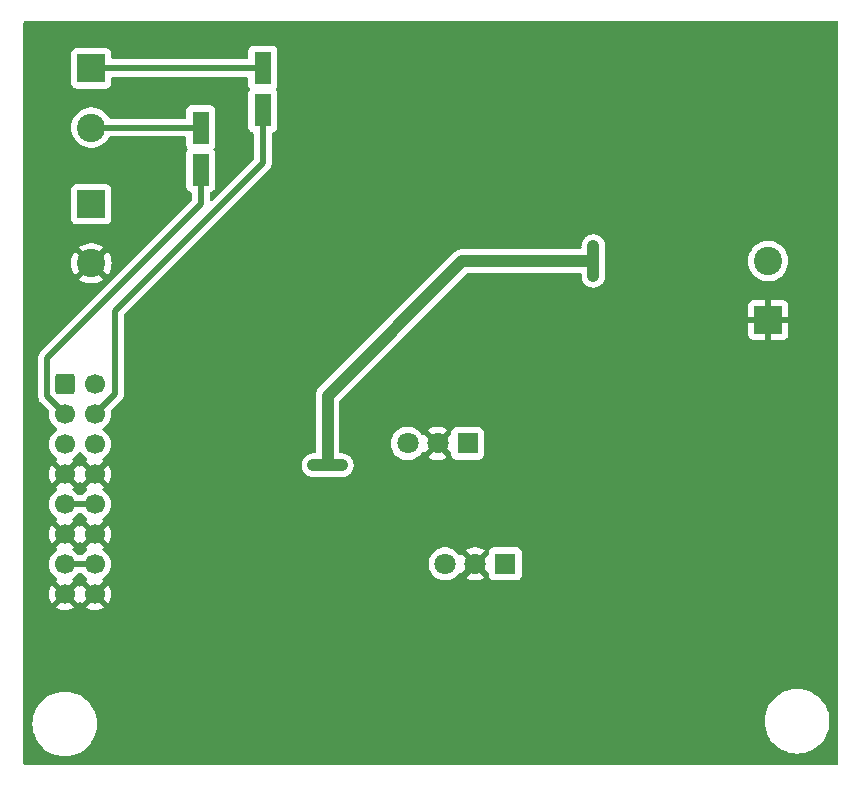
<source format=gbr>
G04 #@! TF.GenerationSoftware,KiCad,Pcbnew,8.0.3*
G04 #@! TF.CreationDate,2024-06-11T06:19:06-04:00*
G04 #@! TF.ProjectId,T41-2_Power,5434312d-325f-4506-9f77-65722e6b6963,rev?*
G04 #@! TF.SameCoordinates,Original*
G04 #@! TF.FileFunction,Copper,L2,Bot*
G04 #@! TF.FilePolarity,Positive*
%FSLAX46Y46*%
G04 Gerber Fmt 4.6, Leading zero omitted, Abs format (unit mm)*
G04 Created by KiCad (PCBNEW 8.0.3) date 2024-06-11 06:19:06*
%MOMM*%
%LPD*%
G01*
G04 APERTURE LIST*
G04 Aperture macros list*
%AMRoundRect*
0 Rectangle with rounded corners*
0 $1 Rounding radius*
0 $2 $3 $4 $5 $6 $7 $8 $9 X,Y pos of 4 corners*
0 Add a 4 corners polygon primitive as box body*
4,1,4,$2,$3,$4,$5,$6,$7,$8,$9,$2,$3,0*
0 Add four circle primitives for the rounded corners*
1,1,$1+$1,$2,$3*
1,1,$1+$1,$4,$5*
1,1,$1+$1,$6,$7*
1,1,$1+$1,$8,$9*
0 Add four rect primitives between the rounded corners*
20,1,$1+$1,$2,$3,$4,$5,0*
20,1,$1+$1,$4,$5,$6,$7,0*
20,1,$1+$1,$6,$7,$8,$9,0*
20,1,$1+$1,$8,$9,$2,$3,0*%
G04 Aperture macros list end*
G04 #@! TA.AperFunction,ComponentPad*
%ADD10RoundRect,0.250000X-0.600000X-0.600000X0.600000X-0.600000X0.600000X0.600000X-0.600000X0.600000X0*%
G04 #@! TD*
G04 #@! TA.AperFunction,ComponentPad*
%ADD11C,1.700000*%
G04 #@! TD*
G04 #@! TA.AperFunction,ComponentPad*
%ADD12R,2.400000X2.400000*%
G04 #@! TD*
G04 #@! TA.AperFunction,ComponentPad*
%ADD13C,2.400000*%
G04 #@! TD*
G04 #@! TA.AperFunction,ComponentPad*
%ADD14R,1.800000X1.800000*%
G04 #@! TD*
G04 #@! TA.AperFunction,ComponentPad*
%ADD15C,1.800000*%
G04 #@! TD*
G04 #@! TA.AperFunction,SMDPad,CuDef*
%ADD16R,1.470000X2.770000*%
G04 #@! TD*
G04 #@! TA.AperFunction,ViaPad*
%ADD17C,1.000000*%
G04 #@! TD*
G04 #@! TA.AperFunction,Conductor*
%ADD18C,0.500000*%
G04 #@! TD*
G04 #@! TA.AperFunction,Conductor*
%ADD19C,1.000000*%
G04 #@! TD*
G04 APERTURE END LIST*
D10*
X104000000Y-97220000D03*
D11*
X106540000Y-97220000D03*
X104000000Y-99760000D03*
X106540000Y-99760000D03*
X104000000Y-102300000D03*
X106540000Y-102300000D03*
X104000000Y-104840000D03*
X106540000Y-104840000D03*
X104000000Y-107380000D03*
X106540000Y-107380000D03*
X104000000Y-109920000D03*
X106540000Y-109920000D03*
X104000000Y-112460000D03*
X106540000Y-112460000D03*
X104000000Y-115000000D03*
X106540000Y-115000000D03*
D12*
X106250000Y-82000000D03*
D13*
X106250000Y-87000000D03*
D14*
X138100000Y-102250000D03*
D15*
X135560000Y-102250000D03*
X133020000Y-102250000D03*
D14*
X141280000Y-112450000D03*
D15*
X138740000Y-112450000D03*
X136200000Y-112450000D03*
D12*
X106250000Y-70500000D03*
D13*
X106250000Y-75500000D03*
D12*
X163550000Y-91800000D03*
D13*
X163550000Y-86800000D03*
D16*
X120750000Y-74040000D03*
X120750000Y-70460000D03*
X115500000Y-75500000D03*
X115500000Y-79080000D03*
D17*
X168250000Y-72750000D03*
X124000000Y-84000000D03*
X137000000Y-98000000D03*
X118000000Y-90500000D03*
X131250000Y-74750000D03*
X130250000Y-117500000D03*
X118200000Y-68800000D03*
X102250000Y-70250000D03*
X122700000Y-76300000D03*
X110750000Y-98000000D03*
X129500000Y-99000000D03*
X154500000Y-100500000D03*
X124000000Y-108750000D03*
X112000000Y-80100000D03*
X153500000Y-89200000D03*
X134700000Y-114200000D03*
X168000000Y-97000000D03*
X118400000Y-76200000D03*
X140650000Y-102800000D03*
X142900000Y-114300000D03*
X137000000Y-94500000D03*
X144000000Y-96250000D03*
X126750000Y-72000000D03*
X138750000Y-115250000D03*
X115250000Y-121500000D03*
X147100000Y-88450000D03*
X155250000Y-67750000D03*
X168250000Y-121750000D03*
X118300000Y-72100000D03*
X146500000Y-110250000D03*
X147150000Y-85150000D03*
X124000000Y-98000000D03*
X121500000Y-79900000D03*
X133750000Y-99250000D03*
X147000000Y-93000000D03*
X115250000Y-98500000D03*
X128750000Y-108750000D03*
X128300000Y-93900000D03*
X114000000Y-67500000D03*
X147750000Y-117500000D03*
X137500000Y-104500000D03*
X132900000Y-104650000D03*
X102000000Y-122000000D03*
X156900000Y-84900000D03*
X138750000Y-109500000D03*
X135500000Y-86650000D03*
X122500000Y-121500000D03*
X110300000Y-83800000D03*
X135750000Y-91000000D03*
X110500000Y-90900000D03*
X126750000Y-67500000D03*
X155350000Y-95300000D03*
X124750000Y-94250000D03*
X127450000Y-104100000D03*
X126250000Y-104100000D03*
X148750000Y-85550000D03*
X148750000Y-88050000D03*
X125050000Y-104100000D03*
X148750000Y-86800000D03*
D18*
X104000000Y-112460000D02*
X106540000Y-112460000D01*
D19*
X148750000Y-86800000D02*
X148750000Y-85550000D01*
X125050000Y-104100000D02*
X126250000Y-104100000D01*
X148750000Y-86800000D02*
X148750000Y-88050000D01*
X127450000Y-104100000D02*
X126250000Y-104100000D01*
D18*
X104000000Y-107380000D02*
X106540000Y-107380000D01*
D19*
X126250000Y-98200000D02*
X126250000Y-104100000D01*
X148750000Y-86800000D02*
X137650000Y-86800000D01*
X137650000Y-86800000D02*
X126250000Y-98200000D01*
D18*
X108250000Y-91000000D02*
X120750000Y-78500000D01*
X106540000Y-99760000D02*
X108250000Y-98050000D01*
X108250000Y-98050000D02*
X108250000Y-91000000D01*
X120750000Y-78500000D02*
X120750000Y-74040000D01*
X102500000Y-95000000D02*
X115500000Y-82000000D01*
X115500000Y-82000000D02*
X115500000Y-79080000D01*
X104000000Y-99760000D02*
X102500000Y-98260000D01*
X102500000Y-98260000D02*
X102500000Y-95000000D01*
X120710000Y-70500000D02*
X120750000Y-70460000D01*
X120750000Y-70460000D02*
X106290000Y-70460000D01*
X106290000Y-70460000D02*
X106250000Y-70500000D01*
X105700000Y-75500000D02*
X105700000Y-75550000D01*
X115500000Y-75500000D02*
X106250000Y-75500000D01*
G04 #@! TA.AperFunction,Conductor*
G36*
X105419338Y-113230185D02*
G01*
X105453873Y-113263376D01*
X105501505Y-113331401D01*
X105668599Y-113498495D01*
X105851366Y-113626470D01*
X105854594Y-113628730D01*
X105898218Y-113683307D01*
X105905411Y-113752806D01*
X105873889Y-113815160D01*
X105854593Y-113831880D01*
X105778626Y-113885072D01*
X105778625Y-113885072D01*
X106410590Y-114517037D01*
X106347007Y-114534075D01*
X106232993Y-114599901D01*
X106139901Y-114692993D01*
X106074075Y-114807007D01*
X106057037Y-114870590D01*
X105425072Y-114238625D01*
X105425072Y-114238626D01*
X105371574Y-114315030D01*
X105316998Y-114358655D01*
X105247499Y-114365849D01*
X105185144Y-114334326D01*
X105168424Y-114315030D01*
X105114925Y-114238626D01*
X105114925Y-114238625D01*
X104482962Y-114870589D01*
X104465925Y-114807007D01*
X104400099Y-114692993D01*
X104307007Y-114599901D01*
X104192993Y-114534075D01*
X104129410Y-114517037D01*
X104761373Y-113885073D01*
X104761373Y-113885072D01*
X104685405Y-113831880D01*
X104641780Y-113777304D01*
X104634586Y-113707805D01*
X104666108Y-113645451D01*
X104685399Y-113628734D01*
X104871401Y-113498495D01*
X105038495Y-113331401D01*
X105086127Y-113263376D01*
X105140704Y-113219751D01*
X105187701Y-113210500D01*
X105352299Y-113210500D01*
X105419338Y-113230185D01*
G37*
G04 #@! TD.AperFunction*
G04 #@! TA.AperFunction,Conductor*
G36*
X106074075Y-110112993D02*
G01*
X106139901Y-110227007D01*
X106232993Y-110320099D01*
X106347007Y-110385925D01*
X106410590Y-110402962D01*
X105778625Y-111034925D01*
X105854594Y-111088119D01*
X105898219Y-111142696D01*
X105905413Y-111212194D01*
X105873890Y-111274549D01*
X105854595Y-111291269D01*
X105668594Y-111421508D01*
X105501506Y-111588596D01*
X105453874Y-111656623D01*
X105399297Y-111700248D01*
X105352299Y-111709500D01*
X105187701Y-111709500D01*
X105120662Y-111689815D01*
X105086126Y-111656623D01*
X105038494Y-111588597D01*
X104871402Y-111421506D01*
X104871401Y-111421505D01*
X104685405Y-111291269D01*
X104641781Y-111236692D01*
X104634588Y-111167193D01*
X104666110Y-111104839D01*
X104685405Y-111088119D01*
X104761373Y-111034925D01*
X104129409Y-110402962D01*
X104192993Y-110385925D01*
X104307007Y-110320099D01*
X104400099Y-110227007D01*
X104465925Y-110112993D01*
X104482962Y-110049410D01*
X105114925Y-110681373D01*
X105168425Y-110604968D01*
X105223002Y-110561344D01*
X105292501Y-110554151D01*
X105354855Y-110585673D01*
X105371576Y-110604969D01*
X105425073Y-110681372D01*
X106057037Y-110049409D01*
X106074075Y-110112993D01*
G37*
G04 #@! TD.AperFunction*
G04 #@! TA.AperFunction,Conductor*
G36*
X105419338Y-108150185D02*
G01*
X105453873Y-108183376D01*
X105501505Y-108251401D01*
X105668599Y-108418495D01*
X105854594Y-108548730D01*
X105898218Y-108603307D01*
X105905411Y-108672806D01*
X105873889Y-108735160D01*
X105854593Y-108751880D01*
X105778626Y-108805072D01*
X105778625Y-108805072D01*
X106410590Y-109437037D01*
X106347007Y-109454075D01*
X106232993Y-109519901D01*
X106139901Y-109612993D01*
X106074075Y-109727007D01*
X106057037Y-109790590D01*
X105425072Y-109158625D01*
X105425072Y-109158626D01*
X105371574Y-109235030D01*
X105316998Y-109278655D01*
X105247499Y-109285849D01*
X105185144Y-109254326D01*
X105168424Y-109235030D01*
X105114925Y-109158626D01*
X105114925Y-109158625D01*
X104482962Y-109790589D01*
X104465925Y-109727007D01*
X104400099Y-109612993D01*
X104307007Y-109519901D01*
X104192993Y-109454075D01*
X104129410Y-109437037D01*
X104761373Y-108805073D01*
X104761373Y-108805072D01*
X104685405Y-108751880D01*
X104641780Y-108697304D01*
X104634586Y-108627805D01*
X104666108Y-108565451D01*
X104685399Y-108548734D01*
X104871401Y-108418495D01*
X105038495Y-108251401D01*
X105086127Y-108183376D01*
X105140704Y-108139751D01*
X105187701Y-108130500D01*
X105352299Y-108130500D01*
X105419338Y-108150185D01*
G37*
G04 #@! TD.AperFunction*
G04 #@! TA.AperFunction,Conductor*
G36*
X106074075Y-105032993D02*
G01*
X106139901Y-105147007D01*
X106232993Y-105240099D01*
X106347007Y-105305925D01*
X106410590Y-105322962D01*
X105778625Y-105954925D01*
X105854594Y-106008119D01*
X105898219Y-106062696D01*
X105905413Y-106132194D01*
X105873890Y-106194549D01*
X105854595Y-106211269D01*
X105668594Y-106341508D01*
X105501506Y-106508596D01*
X105453874Y-106576623D01*
X105399297Y-106620248D01*
X105352299Y-106629500D01*
X105187701Y-106629500D01*
X105120662Y-106609815D01*
X105086126Y-106576623D01*
X105038494Y-106508597D01*
X104871402Y-106341506D01*
X104871401Y-106341505D01*
X104685405Y-106211269D01*
X104641781Y-106156692D01*
X104634588Y-106087193D01*
X104666110Y-106024839D01*
X104685405Y-106008119D01*
X104761373Y-105954925D01*
X104129409Y-105322962D01*
X104192993Y-105305925D01*
X104307007Y-105240099D01*
X104400099Y-105147007D01*
X104465925Y-105032993D01*
X104482962Y-104969410D01*
X105114925Y-105601373D01*
X105168425Y-105524968D01*
X105223002Y-105481344D01*
X105292501Y-105474151D01*
X105354855Y-105505673D01*
X105371576Y-105524969D01*
X105425073Y-105601372D01*
X106057037Y-104969409D01*
X106074075Y-105032993D01*
G37*
G04 #@! TD.AperFunction*
G04 #@! TA.AperFunction,Conductor*
G36*
X105354855Y-102966546D02*
G01*
X105371575Y-102985842D01*
X105501500Y-103171395D01*
X105501505Y-103171401D01*
X105668599Y-103338495D01*
X105845288Y-103462214D01*
X105854594Y-103468730D01*
X105898218Y-103523307D01*
X105905411Y-103592806D01*
X105873889Y-103655160D01*
X105854593Y-103671880D01*
X105778626Y-103725072D01*
X105778625Y-103725072D01*
X106410590Y-104357037D01*
X106347007Y-104374075D01*
X106232993Y-104439901D01*
X106139901Y-104532993D01*
X106074075Y-104647007D01*
X106057037Y-104710590D01*
X105425072Y-104078625D01*
X105425072Y-104078626D01*
X105371574Y-104155030D01*
X105316998Y-104198655D01*
X105247499Y-104205849D01*
X105185144Y-104174326D01*
X105168424Y-104155030D01*
X105114925Y-104078626D01*
X105114925Y-104078625D01*
X104482962Y-104710589D01*
X104465925Y-104647007D01*
X104400099Y-104532993D01*
X104307007Y-104439901D01*
X104192993Y-104374075D01*
X104129410Y-104357037D01*
X104761373Y-103725073D01*
X104761373Y-103725072D01*
X104685405Y-103671880D01*
X104641780Y-103617304D01*
X104634586Y-103547805D01*
X104666108Y-103485451D01*
X104685399Y-103468734D01*
X104871401Y-103338495D01*
X105038495Y-103171401D01*
X105168425Y-102985842D01*
X105223002Y-102942217D01*
X105292500Y-102935023D01*
X105354855Y-102966546D01*
G37*
G04 #@! TD.AperFunction*
G04 #@! TA.AperFunction,Conductor*
G36*
X169442539Y-66520185D02*
G01*
X169488294Y-66572989D01*
X169499500Y-66624500D01*
X169499500Y-129375500D01*
X169479815Y-129442539D01*
X169427011Y-129488294D01*
X169375500Y-129499500D01*
X100624500Y-129499500D01*
X100557461Y-129479815D01*
X100511706Y-129427011D01*
X100500500Y-129375500D01*
X100500500Y-126000000D01*
X101258430Y-126000000D01*
X101278418Y-126330454D01*
X101278418Y-126330459D01*
X101278419Y-126330460D01*
X101338095Y-126656101D01*
X101338096Y-126656105D01*
X101338097Y-126656109D01*
X101436581Y-126972155D01*
X101436585Y-126972166D01*
X101436586Y-126972169D01*
X101436588Y-126972174D01*
X101572460Y-127274071D01*
X101743732Y-127557389D01*
X101743737Y-127557397D01*
X101947907Y-127818000D01*
X102181999Y-128052092D01*
X102442602Y-128256262D01*
X102442607Y-128256265D01*
X102442611Y-128256268D01*
X102725929Y-128427540D01*
X103027826Y-128563412D01*
X103027836Y-128563415D01*
X103027844Y-128563418D01*
X103238541Y-128629074D01*
X103343899Y-128661905D01*
X103669540Y-128721581D01*
X104000000Y-128741570D01*
X104330460Y-128721581D01*
X104656101Y-128661905D01*
X104972174Y-128563412D01*
X105274071Y-128427540D01*
X105557389Y-128256268D01*
X105817997Y-128052095D01*
X106052095Y-127817997D01*
X106237039Y-127581933D01*
X106256262Y-127557397D01*
X106256262Y-127557395D01*
X106256268Y-127557389D01*
X106427540Y-127274071D01*
X106563412Y-126972174D01*
X106661905Y-126656101D01*
X106721581Y-126330460D01*
X106741570Y-126000000D01*
X106727291Y-125763933D01*
X163258430Y-125763933D01*
X163278418Y-126094387D01*
X163278418Y-126094392D01*
X163278419Y-126094393D01*
X163338095Y-126420034D01*
X163338096Y-126420038D01*
X163338097Y-126420042D01*
X163436581Y-126736088D01*
X163436585Y-126736099D01*
X163436586Y-126736102D01*
X163436588Y-126736107D01*
X163572460Y-127038004D01*
X163715165Y-127274066D01*
X163743737Y-127321330D01*
X163947907Y-127581933D01*
X164181999Y-127816025D01*
X164442602Y-128020195D01*
X164442607Y-128020198D01*
X164442611Y-128020201D01*
X164725929Y-128191473D01*
X165027826Y-128327345D01*
X165027836Y-128327348D01*
X165027844Y-128327351D01*
X165238541Y-128393007D01*
X165343899Y-128425838D01*
X165669540Y-128485514D01*
X166000000Y-128505503D01*
X166330460Y-128485514D01*
X166656101Y-128425838D01*
X166972174Y-128327345D01*
X167274071Y-128191473D01*
X167557389Y-128020201D01*
X167817997Y-127816028D01*
X168052095Y-127581930D01*
X168256268Y-127321322D01*
X168427540Y-127038004D01*
X168563412Y-126736107D01*
X168661905Y-126420034D01*
X168721581Y-126094393D01*
X168741570Y-125763933D01*
X168721581Y-125433473D01*
X168661905Y-125107832D01*
X168563412Y-124791759D01*
X168427540Y-124489862D01*
X168256268Y-124206544D01*
X168256265Y-124206540D01*
X168256262Y-124206535D01*
X168052092Y-123945932D01*
X167818000Y-123711840D01*
X167557397Y-123507670D01*
X167439813Y-123436588D01*
X167274071Y-123336393D01*
X166972174Y-123200521D01*
X166972169Y-123200519D01*
X166972166Y-123200518D01*
X166972155Y-123200514D01*
X166656109Y-123102030D01*
X166656105Y-123102029D01*
X166656101Y-123102028D01*
X166330460Y-123042352D01*
X166330459Y-123042351D01*
X166330454Y-123042351D01*
X166000000Y-123022363D01*
X165669545Y-123042351D01*
X165669540Y-123042352D01*
X165343899Y-123102028D01*
X165343896Y-123102028D01*
X165343890Y-123102030D01*
X165027844Y-123200514D01*
X165027833Y-123200518D01*
X165027827Y-123200520D01*
X165027826Y-123200521D01*
X164725929Y-123336393D01*
X164634774Y-123391497D01*
X164442602Y-123507670D01*
X164181999Y-123711840D01*
X163947907Y-123945932D01*
X163743737Y-124206535D01*
X163572459Y-124489864D01*
X163572458Y-124489866D01*
X163436585Y-124791766D01*
X163436581Y-124791777D01*
X163338097Y-125107823D01*
X163278418Y-125433478D01*
X163258430Y-125763933D01*
X106727291Y-125763933D01*
X106721581Y-125669540D01*
X106661905Y-125343899D01*
X106563412Y-125027826D01*
X106427540Y-124725929D01*
X106256268Y-124442611D01*
X106256265Y-124442607D01*
X106256262Y-124442602D01*
X106052092Y-124181999D01*
X105818000Y-123947907D01*
X105557397Y-123743737D01*
X105504630Y-123711838D01*
X105274071Y-123572460D01*
X104972174Y-123436588D01*
X104972169Y-123436586D01*
X104972166Y-123436585D01*
X104972155Y-123436581D01*
X104656109Y-123338097D01*
X104656105Y-123338096D01*
X104656101Y-123338095D01*
X104330460Y-123278419D01*
X104330459Y-123278418D01*
X104330454Y-123278418D01*
X104000000Y-123258430D01*
X103669545Y-123278418D01*
X103669540Y-123278419D01*
X103343899Y-123338095D01*
X103343896Y-123338095D01*
X103343890Y-123338097D01*
X103027844Y-123436581D01*
X103027833Y-123436585D01*
X102725933Y-123572458D01*
X102725931Y-123572459D01*
X102442602Y-123743737D01*
X102181999Y-123947907D01*
X101947907Y-124181999D01*
X101743737Y-124442602D01*
X101572459Y-124725931D01*
X101572458Y-124725933D01*
X101436585Y-125027833D01*
X101436581Y-125027844D01*
X101338097Y-125343890D01*
X101338095Y-125343896D01*
X101338095Y-125343899D01*
X101289918Y-125606787D01*
X101278418Y-125669545D01*
X101258430Y-126000000D01*
X100500500Y-126000000D01*
X100500500Y-98333920D01*
X101749499Y-98333920D01*
X101778340Y-98478907D01*
X101778343Y-98478917D01*
X101834912Y-98615488D01*
X101834914Y-98615492D01*
X101834916Y-98615495D01*
X101846580Y-98632951D01*
X101917051Y-98738420D01*
X101917052Y-98738421D01*
X102627130Y-99448497D01*
X102660615Y-99509820D01*
X102662977Y-99546985D01*
X102644341Y-99759997D01*
X102644341Y-99760000D01*
X102664936Y-99995403D01*
X102664938Y-99995413D01*
X102726094Y-100223655D01*
X102726096Y-100223659D01*
X102726097Y-100223663D01*
X102730000Y-100232032D01*
X102825965Y-100437830D01*
X102825967Y-100437834D01*
X102934281Y-100592521D01*
X102961501Y-100631396D01*
X102961506Y-100631402D01*
X103128597Y-100798493D01*
X103128603Y-100798498D01*
X103314158Y-100928425D01*
X103357783Y-100983002D01*
X103364977Y-101052500D01*
X103333454Y-101114855D01*
X103314158Y-101131575D01*
X103128597Y-101261505D01*
X102961505Y-101428597D01*
X102825965Y-101622169D01*
X102825964Y-101622171D01*
X102726098Y-101836335D01*
X102726094Y-101836344D01*
X102664938Y-102064586D01*
X102664936Y-102064596D01*
X102644341Y-102299999D01*
X102644341Y-102300000D01*
X102664936Y-102535403D01*
X102664938Y-102535413D01*
X102726094Y-102763655D01*
X102726096Y-102763659D01*
X102726097Y-102763663D01*
X102730000Y-102772032D01*
X102825965Y-102977830D01*
X102825967Y-102977834D01*
X102930097Y-103126546D01*
X102961505Y-103171401D01*
X103128599Y-103338495D01*
X103305288Y-103462214D01*
X103314594Y-103468730D01*
X103358218Y-103523307D01*
X103365411Y-103592806D01*
X103333889Y-103655160D01*
X103314593Y-103671880D01*
X103238626Y-103725072D01*
X103238625Y-103725072D01*
X103870590Y-104357037D01*
X103807007Y-104374075D01*
X103692993Y-104439901D01*
X103599901Y-104532993D01*
X103534075Y-104647007D01*
X103517037Y-104710590D01*
X102885072Y-104078625D01*
X102826401Y-104162419D01*
X102726570Y-104376507D01*
X102726566Y-104376516D01*
X102665432Y-104604673D01*
X102665430Y-104604684D01*
X102644843Y-104839998D01*
X102644843Y-104840001D01*
X102665430Y-105075315D01*
X102665432Y-105075326D01*
X102726566Y-105303483D01*
X102726570Y-105303492D01*
X102826400Y-105517579D01*
X102826402Y-105517583D01*
X102885072Y-105601373D01*
X102885073Y-105601373D01*
X103517037Y-104969409D01*
X103534075Y-105032993D01*
X103599901Y-105147007D01*
X103692993Y-105240099D01*
X103807007Y-105305925D01*
X103870590Y-105322962D01*
X103238625Y-105954925D01*
X103314594Y-106008119D01*
X103358219Y-106062696D01*
X103365413Y-106132194D01*
X103333890Y-106194549D01*
X103314595Y-106211269D01*
X103128594Y-106341508D01*
X102961505Y-106508597D01*
X102825965Y-106702169D01*
X102825964Y-106702171D01*
X102726098Y-106916335D01*
X102726094Y-106916344D01*
X102664938Y-107144586D01*
X102664936Y-107144596D01*
X102644341Y-107379999D01*
X102644341Y-107380000D01*
X102664936Y-107615403D01*
X102664938Y-107615413D01*
X102726094Y-107843655D01*
X102726096Y-107843659D01*
X102726097Y-107843663D01*
X102825965Y-108057830D01*
X102825967Y-108057834D01*
X102913873Y-108183376D01*
X102961505Y-108251401D01*
X103128599Y-108418495D01*
X103314594Y-108548730D01*
X103358218Y-108603307D01*
X103365411Y-108672806D01*
X103333889Y-108735160D01*
X103314593Y-108751880D01*
X103238626Y-108805072D01*
X103238625Y-108805072D01*
X103870590Y-109437037D01*
X103807007Y-109454075D01*
X103692993Y-109519901D01*
X103599901Y-109612993D01*
X103534075Y-109727007D01*
X103517037Y-109790590D01*
X102885072Y-109158625D01*
X102826401Y-109242419D01*
X102726570Y-109456507D01*
X102726566Y-109456516D01*
X102665432Y-109684673D01*
X102665430Y-109684684D01*
X102644843Y-109919998D01*
X102644843Y-109920001D01*
X102665430Y-110155315D01*
X102665432Y-110155326D01*
X102726566Y-110383483D01*
X102726570Y-110383492D01*
X102826400Y-110597579D01*
X102826402Y-110597583D01*
X102885072Y-110681373D01*
X102885073Y-110681373D01*
X103517037Y-110049409D01*
X103534075Y-110112993D01*
X103599901Y-110227007D01*
X103692993Y-110320099D01*
X103807007Y-110385925D01*
X103870590Y-110402962D01*
X103238625Y-111034925D01*
X103314594Y-111088119D01*
X103358219Y-111142696D01*
X103365413Y-111212194D01*
X103333890Y-111274549D01*
X103314595Y-111291269D01*
X103128594Y-111421508D01*
X102961505Y-111588597D01*
X102825965Y-111782169D01*
X102825964Y-111782171D01*
X102726098Y-111996335D01*
X102726094Y-111996344D01*
X102664938Y-112224586D01*
X102664936Y-112224596D01*
X102644341Y-112459999D01*
X102644341Y-112460000D01*
X102664936Y-112695403D01*
X102664938Y-112695413D01*
X102726094Y-112923655D01*
X102726096Y-112923659D01*
X102726097Y-112923663D01*
X102765942Y-113009111D01*
X102825965Y-113137830D01*
X102825967Y-113137834D01*
X102913873Y-113263376D01*
X102961505Y-113331401D01*
X103128599Y-113498495D01*
X103311366Y-113626470D01*
X103314594Y-113628730D01*
X103358218Y-113683307D01*
X103365411Y-113752806D01*
X103333889Y-113815160D01*
X103314593Y-113831880D01*
X103238626Y-113885072D01*
X103238625Y-113885072D01*
X103870590Y-114517037D01*
X103807007Y-114534075D01*
X103692993Y-114599901D01*
X103599901Y-114692993D01*
X103534075Y-114807007D01*
X103517037Y-114870590D01*
X102885072Y-114238625D01*
X102826401Y-114322419D01*
X102726570Y-114536507D01*
X102726566Y-114536516D01*
X102665432Y-114764673D01*
X102665430Y-114764684D01*
X102644843Y-114999998D01*
X102644843Y-115000001D01*
X102665430Y-115235315D01*
X102665432Y-115235326D01*
X102726566Y-115463483D01*
X102726570Y-115463492D01*
X102826400Y-115677579D01*
X102826402Y-115677583D01*
X102885072Y-115761373D01*
X102885073Y-115761373D01*
X103517037Y-115129409D01*
X103534075Y-115192993D01*
X103599901Y-115307007D01*
X103692993Y-115400099D01*
X103807007Y-115465925D01*
X103870590Y-115482962D01*
X103238625Y-116114925D01*
X103322421Y-116173599D01*
X103536507Y-116273429D01*
X103536516Y-116273433D01*
X103764673Y-116334567D01*
X103764684Y-116334569D01*
X103999998Y-116355157D01*
X104000002Y-116355157D01*
X104235315Y-116334569D01*
X104235326Y-116334567D01*
X104463483Y-116273433D01*
X104463492Y-116273429D01*
X104677578Y-116173600D01*
X104677582Y-116173598D01*
X104761373Y-116114926D01*
X104761373Y-116114925D01*
X104129409Y-115482962D01*
X104192993Y-115465925D01*
X104307007Y-115400099D01*
X104400099Y-115307007D01*
X104465925Y-115192993D01*
X104482962Y-115129410D01*
X105114925Y-115761373D01*
X105168425Y-115684968D01*
X105223002Y-115641344D01*
X105292501Y-115634151D01*
X105354855Y-115665673D01*
X105371576Y-115684969D01*
X105425073Y-115761372D01*
X106057037Y-115129409D01*
X106074075Y-115192993D01*
X106139901Y-115307007D01*
X106232993Y-115400099D01*
X106347007Y-115465925D01*
X106410590Y-115482962D01*
X105778625Y-116114925D01*
X105862421Y-116173599D01*
X106076507Y-116273429D01*
X106076516Y-116273433D01*
X106304673Y-116334567D01*
X106304684Y-116334569D01*
X106539998Y-116355157D01*
X106540002Y-116355157D01*
X106775315Y-116334569D01*
X106775326Y-116334567D01*
X107003483Y-116273433D01*
X107003492Y-116273429D01*
X107217578Y-116173600D01*
X107217582Y-116173598D01*
X107301373Y-116114926D01*
X107301373Y-116114925D01*
X106669409Y-115482962D01*
X106732993Y-115465925D01*
X106847007Y-115400099D01*
X106940099Y-115307007D01*
X107005925Y-115192993D01*
X107022962Y-115129410D01*
X107654925Y-115761373D01*
X107654926Y-115761373D01*
X107713598Y-115677582D01*
X107713600Y-115677578D01*
X107813429Y-115463492D01*
X107813433Y-115463483D01*
X107874567Y-115235326D01*
X107874569Y-115235315D01*
X107895157Y-115000001D01*
X107895157Y-114999998D01*
X107874569Y-114764684D01*
X107874567Y-114764673D01*
X107813433Y-114536516D01*
X107813429Y-114536507D01*
X107713600Y-114322423D01*
X107713599Y-114322421D01*
X107654925Y-114238626D01*
X107654925Y-114238625D01*
X107022962Y-114870589D01*
X107005925Y-114807007D01*
X106940099Y-114692993D01*
X106847007Y-114599901D01*
X106732993Y-114534075D01*
X106669410Y-114517037D01*
X107301373Y-113885073D01*
X107301373Y-113885072D01*
X107225405Y-113831880D01*
X107181780Y-113777304D01*
X107174586Y-113707805D01*
X107206108Y-113645451D01*
X107225399Y-113628734D01*
X107411401Y-113498495D01*
X107578495Y-113331401D01*
X107714035Y-113137830D01*
X107813903Y-112923663D01*
X107875063Y-112695408D01*
X107895659Y-112460000D01*
X107894783Y-112449993D01*
X134794700Y-112449993D01*
X134794700Y-112450006D01*
X134813864Y-112681297D01*
X134813866Y-112681308D01*
X134870842Y-112906300D01*
X134964075Y-113118848D01*
X135091016Y-113313147D01*
X135091019Y-113313151D01*
X135091021Y-113313153D01*
X135248216Y-113483913D01*
X135248219Y-113483915D01*
X135248222Y-113483918D01*
X135431365Y-113626464D01*
X135431371Y-113626468D01*
X135431374Y-113626470D01*
X135581185Y-113707544D01*
X135634652Y-113736479D01*
X135635497Y-113736936D01*
X135681725Y-113752806D01*
X135855015Y-113812297D01*
X135855017Y-113812297D01*
X135855019Y-113812298D01*
X136083951Y-113850500D01*
X136083952Y-113850500D01*
X136316048Y-113850500D01*
X136316049Y-113850500D01*
X136544981Y-113812298D01*
X136764503Y-113736936D01*
X136968626Y-113626470D01*
X136969170Y-113626047D01*
X137133045Y-113498498D01*
X137151784Y-113483913D01*
X137308979Y-113313153D01*
X137366490Y-113225124D01*
X137419635Y-113179769D01*
X137488866Y-113170345D01*
X137552202Y-113199846D01*
X137574107Y-113225125D01*
X137588812Y-113247633D01*
X138175387Y-112661058D01*
X138180889Y-112681591D01*
X138259881Y-112818408D01*
X138371592Y-112930119D01*
X138508409Y-113009111D01*
X138528940Y-113014612D01*
X137941201Y-113602351D01*
X137971649Y-113626050D01*
X138175697Y-113736476D01*
X138175706Y-113736479D01*
X138395139Y-113811811D01*
X138623993Y-113850000D01*
X138856007Y-113850000D01*
X139084860Y-113811811D01*
X139304293Y-113736479D01*
X139304301Y-113736476D01*
X139508355Y-113626047D01*
X139538797Y-113602351D01*
X139538798Y-113602350D01*
X138951060Y-113014612D01*
X138971591Y-113009111D01*
X139108408Y-112930119D01*
X139220119Y-112818408D01*
X139299111Y-112681591D01*
X139304612Y-112661059D01*
X139843181Y-113199627D01*
X139876666Y-113260950D01*
X139879500Y-113287307D01*
X139879500Y-113397869D01*
X139879501Y-113397876D01*
X139885908Y-113457483D01*
X139936202Y-113592328D01*
X139936206Y-113592335D01*
X140022452Y-113707544D01*
X140022455Y-113707547D01*
X140137664Y-113793793D01*
X140137671Y-113793797D01*
X140272517Y-113844091D01*
X140272516Y-113844091D01*
X140279444Y-113844835D01*
X140332127Y-113850500D01*
X142227872Y-113850499D01*
X142287483Y-113844091D01*
X142422331Y-113793796D01*
X142537546Y-113707546D01*
X142623796Y-113592331D01*
X142674091Y-113457483D01*
X142680500Y-113397873D01*
X142680499Y-111502128D01*
X142674091Y-111442517D01*
X142666255Y-111421508D01*
X142623797Y-111307671D01*
X142623793Y-111307664D01*
X142537547Y-111192455D01*
X142537544Y-111192452D01*
X142422335Y-111106206D01*
X142422328Y-111106202D01*
X142287482Y-111055908D01*
X142287483Y-111055908D01*
X142227883Y-111049501D01*
X142227881Y-111049500D01*
X142227873Y-111049500D01*
X142227864Y-111049500D01*
X140332129Y-111049500D01*
X140332123Y-111049501D01*
X140272516Y-111055908D01*
X140137671Y-111106202D01*
X140137664Y-111106206D01*
X140022455Y-111192452D01*
X140022452Y-111192455D01*
X139936206Y-111307664D01*
X139936202Y-111307671D01*
X139885908Y-111442517D01*
X139879501Y-111502116D01*
X139879501Y-111502123D01*
X139879500Y-111502135D01*
X139879500Y-111612691D01*
X139859815Y-111679730D01*
X139843181Y-111700372D01*
X139304612Y-112238940D01*
X139299111Y-112218409D01*
X139220119Y-112081592D01*
X139108408Y-111969881D01*
X138971591Y-111890889D01*
X138951058Y-111885387D01*
X139538797Y-111297647D01*
X139538797Y-111297645D01*
X139508360Y-111273955D01*
X139508354Y-111273951D01*
X139304302Y-111163523D01*
X139304293Y-111163520D01*
X139084860Y-111088188D01*
X138856007Y-111050000D01*
X138623993Y-111050000D01*
X138395139Y-111088188D01*
X138175706Y-111163520D01*
X138175697Y-111163523D01*
X137971650Y-111273949D01*
X137941200Y-111297647D01*
X138528941Y-111885387D01*
X138508409Y-111890889D01*
X138371592Y-111969881D01*
X138259881Y-112081592D01*
X138180889Y-112218409D01*
X138175387Y-112238941D01*
X137588811Y-111652365D01*
X137574106Y-111674873D01*
X137520959Y-111720230D01*
X137451728Y-111729653D01*
X137388392Y-111700150D01*
X137366489Y-111674873D01*
X137308981Y-111586850D01*
X137308980Y-111586849D01*
X137308979Y-111586847D01*
X137151784Y-111416087D01*
X137151779Y-111416083D01*
X137151777Y-111416081D01*
X136968634Y-111273535D01*
X136968628Y-111273531D01*
X136764504Y-111163064D01*
X136764495Y-111163061D01*
X136544984Y-111087702D01*
X136354450Y-111055908D01*
X136316049Y-111049500D01*
X136083951Y-111049500D01*
X136045550Y-111055908D01*
X135855015Y-111087702D01*
X135635504Y-111163061D01*
X135635495Y-111163064D01*
X135431371Y-111273531D01*
X135431365Y-111273535D01*
X135248222Y-111416081D01*
X135248219Y-111416084D01*
X135248216Y-111416086D01*
X135248216Y-111416087D01*
X135223886Y-111442517D01*
X135091016Y-111586852D01*
X134964075Y-111781151D01*
X134870842Y-111993699D01*
X134813866Y-112218691D01*
X134813864Y-112218702D01*
X134794700Y-112449993D01*
X107894783Y-112449993D01*
X107875063Y-112224596D01*
X107875063Y-112224592D01*
X107813903Y-111996337D01*
X107714035Y-111782171D01*
X107663151Y-111709500D01*
X107578494Y-111588597D01*
X107411402Y-111421506D01*
X107411401Y-111421505D01*
X107225405Y-111291269D01*
X107181781Y-111236692D01*
X107174588Y-111167193D01*
X107206110Y-111104839D01*
X107225405Y-111088119D01*
X107301373Y-111034925D01*
X106669409Y-110402962D01*
X106732993Y-110385925D01*
X106847007Y-110320099D01*
X106940099Y-110227007D01*
X107005925Y-110112993D01*
X107022962Y-110049410D01*
X107654925Y-110681373D01*
X107654926Y-110681373D01*
X107713598Y-110597582D01*
X107713600Y-110597578D01*
X107813429Y-110383492D01*
X107813433Y-110383483D01*
X107874567Y-110155326D01*
X107874569Y-110155315D01*
X107895157Y-109920001D01*
X107895157Y-109919998D01*
X107874569Y-109684684D01*
X107874567Y-109684673D01*
X107813433Y-109456516D01*
X107813429Y-109456507D01*
X107713600Y-109242423D01*
X107713599Y-109242421D01*
X107654925Y-109158626D01*
X107654925Y-109158625D01*
X107022962Y-109790589D01*
X107005925Y-109727007D01*
X106940099Y-109612993D01*
X106847007Y-109519901D01*
X106732993Y-109454075D01*
X106669410Y-109437037D01*
X107301373Y-108805073D01*
X107301373Y-108805072D01*
X107225405Y-108751880D01*
X107181780Y-108697304D01*
X107174586Y-108627805D01*
X107206108Y-108565451D01*
X107225399Y-108548734D01*
X107411401Y-108418495D01*
X107578495Y-108251401D01*
X107714035Y-108057830D01*
X107813903Y-107843663D01*
X107875063Y-107615408D01*
X107895659Y-107380000D01*
X107875063Y-107144592D01*
X107813903Y-106916337D01*
X107714035Y-106702171D01*
X107663151Y-106629500D01*
X107578494Y-106508597D01*
X107411402Y-106341506D01*
X107411401Y-106341505D01*
X107225405Y-106211269D01*
X107181781Y-106156692D01*
X107174588Y-106087193D01*
X107206110Y-106024839D01*
X107225405Y-106008119D01*
X107301373Y-105954925D01*
X106669409Y-105322962D01*
X106732993Y-105305925D01*
X106847007Y-105240099D01*
X106940099Y-105147007D01*
X107005925Y-105032993D01*
X107022962Y-104969410D01*
X107654925Y-105601373D01*
X107654926Y-105601373D01*
X107713598Y-105517582D01*
X107713600Y-105517578D01*
X107813429Y-105303492D01*
X107813433Y-105303483D01*
X107874567Y-105075326D01*
X107874569Y-105075315D01*
X107895157Y-104840001D01*
X107895157Y-104839998D01*
X107874569Y-104604684D01*
X107874567Y-104604673D01*
X107813433Y-104376516D01*
X107813429Y-104376507D01*
X107713600Y-104162423D01*
X107713599Y-104162421D01*
X107669891Y-104099999D01*
X124044659Y-104099999D01*
X124048903Y-104143090D01*
X124049500Y-104155244D01*
X124049500Y-104198544D01*
X124057945Y-104241006D01*
X124059730Y-104253035D01*
X124063975Y-104296130D01*
X124063976Y-104296134D01*
X124076547Y-104337575D01*
X124079503Y-104349378D01*
X124087946Y-104391827D01*
X124087948Y-104391834D01*
X124104517Y-104431834D01*
X124108612Y-104443277D01*
X124121186Y-104484726D01*
X124121187Y-104484729D01*
X124141597Y-104522913D01*
X124146800Y-104533915D01*
X124163368Y-104573914D01*
X124163370Y-104573918D01*
X124187425Y-104609918D01*
X124193678Y-104620350D01*
X124204948Y-104641436D01*
X124214088Y-104658535D01*
X124214094Y-104658543D01*
X124241552Y-104692002D01*
X124248799Y-104701772D01*
X124272860Y-104737781D01*
X124272862Y-104737783D01*
X124272865Y-104737787D01*
X124303479Y-104768401D01*
X124311651Y-104777416D01*
X124339117Y-104810883D01*
X124372579Y-104838345D01*
X124372581Y-104838346D01*
X124381599Y-104846520D01*
X124412214Y-104877136D01*
X124412217Y-104877138D01*
X124412218Y-104877139D01*
X124448217Y-104901193D01*
X124448219Y-104901194D01*
X124457988Y-104908438D01*
X124491462Y-104935910D01*
X124529640Y-104956316D01*
X124540078Y-104962572D01*
X124547899Y-104967797D01*
X124576086Y-104986632D01*
X124616095Y-105003203D01*
X124627091Y-105008404D01*
X124665273Y-105028814D01*
X124706710Y-105041383D01*
X124718160Y-105045480D01*
X124758165Y-105062051D01*
X124800640Y-105070499D01*
X124812414Y-105073448D01*
X124853868Y-105086024D01*
X124896964Y-105090268D01*
X124908990Y-105092052D01*
X124939480Y-105098117D01*
X124951458Y-105100500D01*
X124951459Y-105100500D01*
X124994756Y-105100500D01*
X125006909Y-105101096D01*
X125050000Y-105105341D01*
X125093090Y-105101096D01*
X125105244Y-105100500D01*
X126151459Y-105100500D01*
X126194756Y-105100500D01*
X126206909Y-105101096D01*
X126250000Y-105105341D01*
X126293090Y-105101096D01*
X126305244Y-105100500D01*
X126348541Y-105100500D01*
X127394756Y-105100500D01*
X127406909Y-105101096D01*
X127450000Y-105105341D01*
X127493090Y-105101096D01*
X127505244Y-105100500D01*
X127548542Y-105100500D01*
X127564454Y-105097334D01*
X127591005Y-105092053D01*
X127603037Y-105090268D01*
X127646132Y-105086024D01*
X127687580Y-105073450D01*
X127699353Y-105070500D01*
X127741835Y-105062051D01*
X127781847Y-105045476D01*
X127793280Y-105041386D01*
X127834727Y-105028814D01*
X127872918Y-105008399D01*
X127883910Y-105003201D01*
X127923914Y-104986632D01*
X127959938Y-104962560D01*
X127970351Y-104956320D01*
X127996591Y-104942295D01*
X128008535Y-104935912D01*
X128008539Y-104935909D01*
X128042005Y-104908444D01*
X128051782Y-104901193D01*
X128087781Y-104877140D01*
X128087783Y-104877138D01*
X128087785Y-104877136D01*
X128118408Y-104846512D01*
X128127402Y-104838359D01*
X128160883Y-104810883D01*
X128188359Y-104777402D01*
X128196512Y-104768408D01*
X128227139Y-104737782D01*
X128251200Y-104701772D01*
X128258444Y-104692005D01*
X128285909Y-104658539D01*
X128285912Y-104658535D01*
X128292295Y-104646591D01*
X128306320Y-104620351D01*
X128312560Y-104609938D01*
X128336632Y-104573914D01*
X128353202Y-104533906D01*
X128358402Y-104522913D01*
X128378814Y-104484727D01*
X128391386Y-104443280D01*
X128395476Y-104431847D01*
X128412051Y-104391835D01*
X128420500Y-104349353D01*
X128423450Y-104337580D01*
X128436024Y-104296132D01*
X128440268Y-104253037D01*
X128442054Y-104240999D01*
X128450500Y-104198541D01*
X128450500Y-104155244D01*
X128451097Y-104143090D01*
X128455341Y-104100000D01*
X128451097Y-104056907D01*
X128450500Y-104044754D01*
X128450500Y-104001458D01*
X128448117Y-103989480D01*
X128442052Y-103958990D01*
X128440268Y-103946961D01*
X128436024Y-103903869D01*
X128436024Y-103903868D01*
X128423448Y-103862414D01*
X128420499Y-103850640D01*
X128412051Y-103808165D01*
X128395480Y-103768159D01*
X128391383Y-103756710D01*
X128378814Y-103715273D01*
X128358404Y-103677091D01*
X128353203Y-103666095D01*
X128336632Y-103626086D01*
X128312572Y-103590078D01*
X128306316Y-103579640D01*
X128285911Y-103541464D01*
X128285910Y-103541462D01*
X128258438Y-103507988D01*
X128251194Y-103498219D01*
X128227140Y-103462219D01*
X128227136Y-103462214D01*
X128196520Y-103431599D01*
X128188346Y-103422581D01*
X128160884Y-103389118D01*
X128127416Y-103361651D01*
X128118401Y-103353479D01*
X128087787Y-103322865D01*
X128087783Y-103322862D01*
X128087780Y-103322860D01*
X128071139Y-103311740D01*
X128051772Y-103298799D01*
X128042002Y-103291552D01*
X128008543Y-103264094D01*
X128008535Y-103264088D01*
X127991436Y-103254948D01*
X127970350Y-103243678D01*
X127959918Y-103237425D01*
X127923918Y-103213370D01*
X127923914Y-103213368D01*
X127883915Y-103196800D01*
X127872913Y-103191597D01*
X127834729Y-103171187D01*
X127834728Y-103171186D01*
X127834727Y-103171186D01*
X127793277Y-103158612D01*
X127781834Y-103154517D01*
X127741834Y-103137948D01*
X127741827Y-103137946D01*
X127699378Y-103129503D01*
X127687575Y-103126547D01*
X127646134Y-103113976D01*
X127646130Y-103113975D01*
X127603035Y-103109730D01*
X127591006Y-103107945D01*
X127548544Y-103099500D01*
X127548541Y-103099500D01*
X127505244Y-103099500D01*
X127493090Y-103098903D01*
X127450000Y-103094659D01*
X127406910Y-103098903D01*
X127394756Y-103099500D01*
X127374500Y-103099500D01*
X127307461Y-103079815D01*
X127261706Y-103027011D01*
X127250500Y-102975500D01*
X127250500Y-102249993D01*
X131614700Y-102249993D01*
X131614700Y-102250006D01*
X131633864Y-102481297D01*
X131633866Y-102481308D01*
X131690842Y-102706300D01*
X131784075Y-102918848D01*
X131911016Y-103113147D01*
X131911019Y-103113151D01*
X131911021Y-103113153D01*
X132068216Y-103283913D01*
X132068219Y-103283915D01*
X132068222Y-103283918D01*
X132251365Y-103426464D01*
X132251371Y-103426468D01*
X132251374Y-103426470D01*
X132393317Y-103503286D01*
X132454652Y-103536479D01*
X132455497Y-103536936D01*
X132563178Y-103573903D01*
X132675015Y-103612297D01*
X132675017Y-103612297D01*
X132675019Y-103612298D01*
X132903951Y-103650500D01*
X132903952Y-103650500D01*
X133136048Y-103650500D01*
X133136049Y-103650500D01*
X133364981Y-103612298D01*
X133584503Y-103536936D01*
X133788626Y-103426470D01*
X133789170Y-103426047D01*
X133921743Y-103322861D01*
X133971784Y-103283913D01*
X134128979Y-103113153D01*
X134186490Y-103025124D01*
X134239635Y-102979769D01*
X134308866Y-102970345D01*
X134372202Y-102999846D01*
X134394107Y-103025125D01*
X134408812Y-103047633D01*
X134995387Y-102461058D01*
X135000889Y-102481591D01*
X135079881Y-102618408D01*
X135191592Y-102730119D01*
X135328409Y-102809111D01*
X135348940Y-102814612D01*
X134761201Y-103402351D01*
X134791649Y-103426050D01*
X134995697Y-103536476D01*
X134995706Y-103536479D01*
X135215139Y-103611811D01*
X135443993Y-103650000D01*
X135676007Y-103650000D01*
X135904860Y-103611811D01*
X136124293Y-103536479D01*
X136124301Y-103536476D01*
X136328355Y-103426047D01*
X136358797Y-103402351D01*
X136358798Y-103402350D01*
X135771060Y-102814612D01*
X135791591Y-102809111D01*
X135928408Y-102730119D01*
X136040119Y-102618408D01*
X136119111Y-102481591D01*
X136124612Y-102461059D01*
X136663181Y-102999627D01*
X136696666Y-103060950D01*
X136699500Y-103087307D01*
X136699500Y-103197869D01*
X136699501Y-103197876D01*
X136705908Y-103257483D01*
X136756202Y-103392328D01*
X136756206Y-103392335D01*
X136842452Y-103507544D01*
X136842455Y-103507547D01*
X136957664Y-103593793D01*
X136957671Y-103593797D01*
X137092517Y-103644091D01*
X137092516Y-103644091D01*
X137099444Y-103644835D01*
X137152127Y-103650500D01*
X139047872Y-103650499D01*
X139107483Y-103644091D01*
X139242331Y-103593796D01*
X139357546Y-103507546D01*
X139443796Y-103392331D01*
X139494091Y-103257483D01*
X139500500Y-103197873D01*
X139500499Y-101302128D01*
X139494091Y-101242517D01*
X139484233Y-101216087D01*
X139443797Y-101107671D01*
X139443793Y-101107664D01*
X139357547Y-100992455D01*
X139357544Y-100992452D01*
X139242335Y-100906206D01*
X139242328Y-100906202D01*
X139107482Y-100855908D01*
X139107483Y-100855908D01*
X139047883Y-100849501D01*
X139047881Y-100849500D01*
X139047873Y-100849500D01*
X139047864Y-100849500D01*
X137152129Y-100849500D01*
X137152123Y-100849501D01*
X137092516Y-100855908D01*
X136957671Y-100906202D01*
X136957664Y-100906206D01*
X136842455Y-100992452D01*
X136842452Y-100992455D01*
X136756206Y-101107664D01*
X136756202Y-101107671D01*
X136705908Y-101242517D01*
X136703867Y-101261505D01*
X136699501Y-101302123D01*
X136699500Y-101302135D01*
X136699500Y-101412691D01*
X136679815Y-101479730D01*
X136663181Y-101500372D01*
X136124612Y-102038940D01*
X136119111Y-102018409D01*
X136040119Y-101881592D01*
X135928408Y-101769881D01*
X135791591Y-101690889D01*
X135771058Y-101685387D01*
X136358797Y-101097647D01*
X136358797Y-101097645D01*
X136328360Y-101073955D01*
X136328354Y-101073951D01*
X136124302Y-100963523D01*
X136124293Y-100963520D01*
X135904860Y-100888188D01*
X135676007Y-100850000D01*
X135443993Y-100850000D01*
X135215139Y-100888188D01*
X134995706Y-100963520D01*
X134995697Y-100963523D01*
X134791650Y-101073949D01*
X134761200Y-101097647D01*
X135348941Y-101685387D01*
X135328409Y-101690889D01*
X135191592Y-101769881D01*
X135079881Y-101881592D01*
X135000889Y-102018409D01*
X134995387Y-102038941D01*
X134408811Y-101452365D01*
X134394106Y-101474873D01*
X134340959Y-101520230D01*
X134271728Y-101529653D01*
X134208392Y-101500150D01*
X134186489Y-101474873D01*
X134128981Y-101386850D01*
X134128980Y-101386849D01*
X134128979Y-101386847D01*
X133971784Y-101216087D01*
X133971779Y-101216083D01*
X133971777Y-101216081D01*
X133788634Y-101073535D01*
X133788628Y-101073531D01*
X133584504Y-100963064D01*
X133584495Y-100963061D01*
X133364984Y-100887702D01*
X133174450Y-100855908D01*
X133136049Y-100849500D01*
X132903951Y-100849500D01*
X132865550Y-100855908D01*
X132675015Y-100887702D01*
X132455504Y-100963061D01*
X132455495Y-100963064D01*
X132251371Y-101073531D01*
X132251365Y-101073535D01*
X132068222Y-101216081D01*
X132068219Y-101216084D01*
X132068216Y-101216086D01*
X132068216Y-101216087D01*
X132043886Y-101242517D01*
X131911016Y-101386852D01*
X131784075Y-101581151D01*
X131690842Y-101793699D01*
X131633866Y-102018691D01*
X131633864Y-102018702D01*
X131614700Y-102249993D01*
X127250500Y-102249993D01*
X127250500Y-98665782D01*
X127270185Y-98598743D01*
X127286819Y-98578101D01*
X135312766Y-90552155D01*
X161850000Y-90552155D01*
X161850000Y-91550000D01*
X163001518Y-91550000D01*
X162990889Y-91568409D01*
X162950000Y-91721009D01*
X162950000Y-91878991D01*
X162990889Y-92031591D01*
X163001518Y-92050000D01*
X161850000Y-92050000D01*
X161850000Y-93047844D01*
X161856401Y-93107372D01*
X161856403Y-93107379D01*
X161906645Y-93242086D01*
X161906649Y-93242093D01*
X161992809Y-93357187D01*
X161992812Y-93357190D01*
X162107906Y-93443350D01*
X162107913Y-93443354D01*
X162242620Y-93493596D01*
X162242627Y-93493598D01*
X162302155Y-93499999D01*
X162302172Y-93500000D01*
X163300000Y-93500000D01*
X163300000Y-92348482D01*
X163318409Y-92359111D01*
X163471009Y-92400000D01*
X163628991Y-92400000D01*
X163781591Y-92359111D01*
X163800000Y-92348482D01*
X163800000Y-93500000D01*
X164797828Y-93500000D01*
X164797844Y-93499999D01*
X164857372Y-93493598D01*
X164857379Y-93493596D01*
X164992086Y-93443354D01*
X164992093Y-93443350D01*
X165107187Y-93357190D01*
X165107190Y-93357187D01*
X165193350Y-93242093D01*
X165193354Y-93242086D01*
X165243596Y-93107379D01*
X165243598Y-93107372D01*
X165249999Y-93047844D01*
X165250000Y-93047827D01*
X165250000Y-92050000D01*
X164098482Y-92050000D01*
X164109111Y-92031591D01*
X164150000Y-91878991D01*
X164150000Y-91721009D01*
X164109111Y-91568409D01*
X164098482Y-91550000D01*
X165250000Y-91550000D01*
X165250000Y-90552172D01*
X165249999Y-90552155D01*
X165243598Y-90492627D01*
X165243596Y-90492620D01*
X165193354Y-90357913D01*
X165193350Y-90357906D01*
X165107190Y-90242812D01*
X165107187Y-90242809D01*
X164992093Y-90156649D01*
X164992086Y-90156645D01*
X164857379Y-90106403D01*
X164857372Y-90106401D01*
X164797844Y-90100000D01*
X163800000Y-90100000D01*
X163800000Y-91251517D01*
X163781591Y-91240889D01*
X163628991Y-91200000D01*
X163471009Y-91200000D01*
X163318409Y-91240889D01*
X163300000Y-91251517D01*
X163300000Y-90100000D01*
X162302155Y-90100000D01*
X162242627Y-90106401D01*
X162242620Y-90106403D01*
X162107913Y-90156645D01*
X162107906Y-90156649D01*
X161992812Y-90242809D01*
X161992809Y-90242812D01*
X161906649Y-90357906D01*
X161906645Y-90357913D01*
X161856403Y-90492620D01*
X161856401Y-90492627D01*
X161850000Y-90552155D01*
X135312766Y-90552155D01*
X138028102Y-87836819D01*
X138089425Y-87803334D01*
X138115783Y-87800500D01*
X147625500Y-87800500D01*
X147692539Y-87820185D01*
X147738294Y-87872989D01*
X147749500Y-87924500D01*
X147749500Y-87994754D01*
X147748903Y-88006907D01*
X147744659Y-88049999D01*
X147748903Y-88093090D01*
X147749500Y-88105244D01*
X147749500Y-88148544D01*
X147757945Y-88191006D01*
X147759730Y-88203035D01*
X147763975Y-88246130D01*
X147763976Y-88246134D01*
X147776547Y-88287575D01*
X147779503Y-88299378D01*
X147787946Y-88341827D01*
X147787948Y-88341834D01*
X147804517Y-88381834D01*
X147808612Y-88393277D01*
X147821186Y-88434726D01*
X147821187Y-88434729D01*
X147841597Y-88472913D01*
X147846800Y-88483915D01*
X147863368Y-88523914D01*
X147863370Y-88523918D01*
X147887425Y-88559918D01*
X147893678Y-88570350D01*
X147902536Y-88586921D01*
X147914088Y-88608535D01*
X147914094Y-88608543D01*
X147941552Y-88642002D01*
X147948799Y-88651772D01*
X147972860Y-88687781D01*
X147972862Y-88687783D01*
X147972865Y-88687787D01*
X148003479Y-88718401D01*
X148011651Y-88727416D01*
X148039117Y-88760883D01*
X148072579Y-88788345D01*
X148072581Y-88788346D01*
X148081599Y-88796520D01*
X148112214Y-88827136D01*
X148112217Y-88827138D01*
X148112218Y-88827139D01*
X148148217Y-88851193D01*
X148148219Y-88851194D01*
X148157988Y-88858438D01*
X148191462Y-88885910D01*
X148229640Y-88906316D01*
X148240078Y-88912572D01*
X148247899Y-88917797D01*
X148276086Y-88936632D01*
X148316095Y-88953203D01*
X148327091Y-88958404D01*
X148365273Y-88978814D01*
X148406710Y-88991383D01*
X148418160Y-88995480D01*
X148458165Y-89012051D01*
X148500640Y-89020499D01*
X148512414Y-89023448D01*
X148553868Y-89036024D01*
X148596964Y-89040268D01*
X148608990Y-89042052D01*
X148639480Y-89048117D01*
X148651458Y-89050500D01*
X148651459Y-89050500D01*
X148694756Y-89050500D01*
X148706909Y-89051096D01*
X148750000Y-89055341D01*
X148793090Y-89051096D01*
X148805244Y-89050500D01*
X148848542Y-89050500D01*
X148864454Y-89047334D01*
X148891005Y-89042053D01*
X148903037Y-89040268D01*
X148946132Y-89036024D01*
X148987580Y-89023450D01*
X148999353Y-89020500D01*
X149041835Y-89012051D01*
X149081847Y-88995476D01*
X149093280Y-88991386D01*
X149134727Y-88978814D01*
X149172918Y-88958399D01*
X149183910Y-88953201D01*
X149223914Y-88936632D01*
X149259938Y-88912560D01*
X149270351Y-88906320D01*
X149296591Y-88892295D01*
X149308535Y-88885912D01*
X149308539Y-88885909D01*
X149342005Y-88858444D01*
X149351782Y-88851193D01*
X149387781Y-88827140D01*
X149387783Y-88827138D01*
X149387785Y-88827136D01*
X149418408Y-88796512D01*
X149427402Y-88788359D01*
X149460883Y-88760883D01*
X149488359Y-88727402D01*
X149496512Y-88718408D01*
X149527139Y-88687782D01*
X149551200Y-88651772D01*
X149558444Y-88642005D01*
X149585909Y-88608539D01*
X149585912Y-88608535D01*
X149597464Y-88586921D01*
X149606320Y-88570351D01*
X149612560Y-88559938D01*
X149636632Y-88523914D01*
X149653202Y-88483906D01*
X149658402Y-88472913D01*
X149678814Y-88434727D01*
X149691386Y-88393280D01*
X149695476Y-88381847D01*
X149712051Y-88341835D01*
X149720500Y-88299353D01*
X149723450Y-88287580D01*
X149736024Y-88246132D01*
X149740268Y-88203037D01*
X149742054Y-88190999D01*
X149750500Y-88148541D01*
X149750500Y-88105244D01*
X149751097Y-88093090D01*
X149755341Y-88050000D01*
X149751097Y-88006907D01*
X149750500Y-87994754D01*
X149750500Y-86855244D01*
X149751097Y-86843090D01*
X149755341Y-86800000D01*
X149755341Y-86799995D01*
X161844732Y-86799995D01*
X161844732Y-86800004D01*
X161863777Y-87054154D01*
X161863778Y-87054157D01*
X161920492Y-87302637D01*
X162013607Y-87539888D01*
X162141041Y-87760612D01*
X162299950Y-87959877D01*
X162486783Y-88133232D01*
X162697366Y-88276805D01*
X162697371Y-88276807D01*
X162697372Y-88276808D01*
X162697373Y-88276809D01*
X162744239Y-88299378D01*
X162926992Y-88387387D01*
X162926993Y-88387387D01*
X162926996Y-88387389D01*
X163170542Y-88462513D01*
X163422565Y-88500500D01*
X163677435Y-88500500D01*
X163929458Y-88462513D01*
X164173004Y-88387389D01*
X164402634Y-88276805D01*
X164613217Y-88133232D01*
X164800050Y-87959877D01*
X164958959Y-87760612D01*
X165086393Y-87539888D01*
X165179508Y-87302637D01*
X165236222Y-87054157D01*
X165255268Y-86800000D01*
X165251215Y-86745920D01*
X165236222Y-86545845D01*
X165212266Y-86440889D01*
X165179508Y-86297363D01*
X165086393Y-86060112D01*
X164958959Y-85839388D01*
X164800050Y-85640123D01*
X164613217Y-85466768D01*
X164402634Y-85323195D01*
X164402630Y-85323193D01*
X164402627Y-85323191D01*
X164402626Y-85323190D01*
X164173006Y-85212612D01*
X164173008Y-85212612D01*
X163929466Y-85137489D01*
X163929462Y-85137488D01*
X163929458Y-85137487D01*
X163808231Y-85119214D01*
X163677440Y-85099500D01*
X163677435Y-85099500D01*
X163422565Y-85099500D01*
X163422559Y-85099500D01*
X163275167Y-85121717D01*
X163170542Y-85137487D01*
X163170539Y-85137488D01*
X163170533Y-85137489D01*
X162926992Y-85212612D01*
X162697373Y-85323190D01*
X162697372Y-85323191D01*
X162486782Y-85466768D01*
X162299952Y-85640121D01*
X162299950Y-85640123D01*
X162141041Y-85839388D01*
X162013608Y-86060109D01*
X161920492Y-86297362D01*
X161920490Y-86297369D01*
X161863777Y-86545845D01*
X161844732Y-86799995D01*
X149755341Y-86799995D01*
X149751097Y-86756907D01*
X149750500Y-86744754D01*
X149750500Y-85605244D01*
X149751097Y-85593090D01*
X149755341Y-85550000D01*
X149751097Y-85506907D01*
X149750500Y-85494754D01*
X149750500Y-85451458D01*
X149742865Y-85413078D01*
X149742052Y-85408990D01*
X149740268Y-85396961D01*
X149736024Y-85353869D01*
X149736024Y-85353868D01*
X149723448Y-85312414D01*
X149720499Y-85300640D01*
X149712051Y-85258165D01*
X149695480Y-85218159D01*
X149691383Y-85206710D01*
X149678814Y-85165273D01*
X149658404Y-85127091D01*
X149653203Y-85116095D01*
X149636632Y-85076086D01*
X149612572Y-85040078D01*
X149606316Y-85029640D01*
X149585911Y-84991464D01*
X149585910Y-84991462D01*
X149558438Y-84957988D01*
X149551194Y-84948219D01*
X149527140Y-84912219D01*
X149527136Y-84912214D01*
X149496520Y-84881599D01*
X149488346Y-84872581D01*
X149460884Y-84839118D01*
X149427416Y-84811651D01*
X149418401Y-84803479D01*
X149387787Y-84772865D01*
X149387783Y-84772862D01*
X149387780Y-84772860D01*
X149371139Y-84761740D01*
X149351772Y-84748799D01*
X149342002Y-84741552D01*
X149308543Y-84714094D01*
X149308535Y-84714088D01*
X149291436Y-84704948D01*
X149270350Y-84693678D01*
X149259918Y-84687425D01*
X149223918Y-84663370D01*
X149223914Y-84663368D01*
X149183915Y-84646800D01*
X149172913Y-84641597D01*
X149134729Y-84621187D01*
X149134728Y-84621186D01*
X149134727Y-84621186D01*
X149093277Y-84608612D01*
X149081834Y-84604517D01*
X149041834Y-84587948D01*
X149041827Y-84587946D01*
X148999378Y-84579503D01*
X148987575Y-84576547D01*
X148946134Y-84563976D01*
X148946130Y-84563975D01*
X148903035Y-84559730D01*
X148891006Y-84557945D01*
X148848544Y-84549500D01*
X148848541Y-84549500D01*
X148805244Y-84549500D01*
X148793090Y-84548903D01*
X148750000Y-84544659D01*
X148706910Y-84548903D01*
X148694756Y-84549500D01*
X148651453Y-84549500D01*
X148608991Y-84557945D01*
X148596963Y-84559730D01*
X148553867Y-84563976D01*
X148512427Y-84576546D01*
X148500626Y-84579502D01*
X148458166Y-84587948D01*
X148458161Y-84587949D01*
X148418159Y-84604518D01*
X148406707Y-84608616D01*
X148365272Y-84621186D01*
X148327091Y-84641594D01*
X148316093Y-84646795D01*
X148276091Y-84663364D01*
X148240080Y-84687426D01*
X148229645Y-84693680D01*
X148191465Y-84714087D01*
X148191460Y-84714091D01*
X148157990Y-84741557D01*
X148148225Y-84748799D01*
X148112225Y-84772855D01*
X148112219Y-84772860D01*
X148081595Y-84803483D01*
X148072584Y-84811650D01*
X148039117Y-84839117D01*
X148011650Y-84872584D01*
X148003483Y-84881595D01*
X147972860Y-84912219D01*
X147972855Y-84912225D01*
X147948799Y-84948225D01*
X147941557Y-84957990D01*
X147914091Y-84991460D01*
X147914087Y-84991465D01*
X147893680Y-85029645D01*
X147887426Y-85040080D01*
X147863364Y-85076091D01*
X147846795Y-85116093D01*
X147841594Y-85127091D01*
X147821186Y-85165272D01*
X147808616Y-85206707D01*
X147804518Y-85218159D01*
X147787949Y-85258161D01*
X147787948Y-85258166D01*
X147779502Y-85300626D01*
X147776546Y-85312427D01*
X147763976Y-85353867D01*
X147759730Y-85396963D01*
X147757945Y-85408991D01*
X147749500Y-85451453D01*
X147749500Y-85494754D01*
X147748903Y-85506907D01*
X147744659Y-85549999D01*
X147748903Y-85593090D01*
X147749500Y-85605244D01*
X147749500Y-85675500D01*
X147729815Y-85742539D01*
X147677011Y-85788294D01*
X147625500Y-85799500D01*
X137754675Y-85799500D01*
X137754655Y-85799499D01*
X137748541Y-85799499D01*
X137551460Y-85799499D01*
X137551457Y-85799499D01*
X137358172Y-85837946D01*
X137358164Y-85837948D01*
X137176088Y-85913366D01*
X137176079Y-85913371D01*
X137012219Y-86022859D01*
X137012215Y-86022862D01*
X128439811Y-94595268D01*
X125612220Y-97422859D01*
X125612218Y-97422861D01*
X125542538Y-97492540D01*
X125472859Y-97562219D01*
X125363371Y-97726079D01*
X125363364Y-97726092D01*
X125319875Y-97831088D01*
X125319875Y-97831089D01*
X125289469Y-97904496D01*
X125289467Y-97904500D01*
X125287949Y-97908163D01*
X125249500Y-98101456D01*
X125249500Y-102975500D01*
X125229815Y-103042539D01*
X125177011Y-103088294D01*
X125125500Y-103099500D01*
X125105244Y-103099500D01*
X125093090Y-103098903D01*
X125050000Y-103094659D01*
X125006910Y-103098903D01*
X124994756Y-103099500D01*
X124951453Y-103099500D01*
X124908991Y-103107945D01*
X124896963Y-103109730D01*
X124853867Y-103113976D01*
X124812427Y-103126546D01*
X124800626Y-103129502D01*
X124758166Y-103137948D01*
X124758161Y-103137949D01*
X124718159Y-103154518D01*
X124706707Y-103158616D01*
X124665272Y-103171186D01*
X124627091Y-103191594D01*
X124616093Y-103196795D01*
X124576091Y-103213364D01*
X124540080Y-103237426D01*
X124529645Y-103243680D01*
X124491465Y-103264087D01*
X124491460Y-103264091D01*
X124457990Y-103291557D01*
X124448225Y-103298799D01*
X124412225Y-103322855D01*
X124412219Y-103322860D01*
X124381595Y-103353483D01*
X124372584Y-103361650D01*
X124339117Y-103389117D01*
X124311650Y-103422584D01*
X124303483Y-103431595D01*
X124272860Y-103462219D01*
X124272855Y-103462225D01*
X124248799Y-103498225D01*
X124241557Y-103507990D01*
X124214091Y-103541460D01*
X124214087Y-103541465D01*
X124193680Y-103579645D01*
X124187426Y-103590080D01*
X124163364Y-103626091D01*
X124146795Y-103666093D01*
X124141594Y-103677091D01*
X124121186Y-103715272D01*
X124108616Y-103756707D01*
X124104518Y-103768159D01*
X124087949Y-103808161D01*
X124087948Y-103808166D01*
X124079502Y-103850626D01*
X124076546Y-103862427D01*
X124063976Y-103903867D01*
X124059730Y-103946963D01*
X124057945Y-103958991D01*
X124049500Y-104001453D01*
X124049500Y-104044754D01*
X124048903Y-104056907D01*
X124044659Y-104099999D01*
X107669891Y-104099999D01*
X107654925Y-104078626D01*
X107654925Y-104078625D01*
X107022962Y-104710589D01*
X107005925Y-104647007D01*
X106940099Y-104532993D01*
X106847007Y-104439901D01*
X106732993Y-104374075D01*
X106669410Y-104357037D01*
X107301373Y-103725073D01*
X107301373Y-103725072D01*
X107225405Y-103671880D01*
X107181780Y-103617304D01*
X107174586Y-103547805D01*
X107206108Y-103485451D01*
X107225399Y-103468734D01*
X107411401Y-103338495D01*
X107578495Y-103171401D01*
X107714035Y-102977830D01*
X107813903Y-102763663D01*
X107875063Y-102535408D01*
X107895659Y-102300000D01*
X107875063Y-102064592D01*
X107813903Y-101836337D01*
X107714035Y-101622171D01*
X107708425Y-101614158D01*
X107578494Y-101428597D01*
X107411402Y-101261506D01*
X107411396Y-101261501D01*
X107225842Y-101131575D01*
X107182217Y-101076998D01*
X107175023Y-101007500D01*
X107206546Y-100945145D01*
X107225842Y-100928425D01*
X107329405Y-100855909D01*
X107411401Y-100798495D01*
X107578495Y-100631401D01*
X107714035Y-100437830D01*
X107813903Y-100223663D01*
X107875063Y-99995408D01*
X107895659Y-99760000D01*
X107877022Y-99546984D01*
X107890788Y-99478485D01*
X107912866Y-99448499D01*
X108832951Y-98528416D01*
X108915084Y-98405495D01*
X108971658Y-98268913D01*
X108997433Y-98139336D01*
X109000500Y-98123920D01*
X109000500Y-91362229D01*
X109020185Y-91295190D01*
X109036819Y-91274548D01*
X115184276Y-85127091D01*
X121332952Y-78978415D01*
X121360205Y-78937627D01*
X121415084Y-78855495D01*
X121469342Y-78724505D01*
X121471659Y-78718912D01*
X121500500Y-78573917D01*
X121500500Y-78426082D01*
X121500500Y-76038940D01*
X121520185Y-75971901D01*
X121572989Y-75926146D01*
X121585265Y-75921938D01*
X121585215Y-75921802D01*
X121727328Y-75868797D01*
X121727327Y-75868797D01*
X121727331Y-75868796D01*
X121842546Y-75782546D01*
X121928796Y-75667331D01*
X121979091Y-75532483D01*
X121985500Y-75472873D01*
X121985499Y-72607128D01*
X121979091Y-72547517D01*
X121928796Y-72412669D01*
X121862650Y-72324310D01*
X121838234Y-72258847D01*
X121853085Y-72190574D01*
X121862651Y-72175689D01*
X121928796Y-72087331D01*
X121979091Y-71952483D01*
X121985500Y-71892873D01*
X121985499Y-69027128D01*
X121979091Y-68967517D01*
X121969743Y-68942455D01*
X121928797Y-68832671D01*
X121928793Y-68832664D01*
X121842547Y-68717455D01*
X121842544Y-68717452D01*
X121727335Y-68631206D01*
X121727328Y-68631202D01*
X121592482Y-68580908D01*
X121592483Y-68580908D01*
X121532883Y-68574501D01*
X121532881Y-68574500D01*
X121532873Y-68574500D01*
X121532864Y-68574500D01*
X119967129Y-68574500D01*
X119967123Y-68574501D01*
X119907516Y-68580908D01*
X119772671Y-68631202D01*
X119772664Y-68631206D01*
X119657455Y-68717452D01*
X119657452Y-68717455D01*
X119571206Y-68832664D01*
X119571202Y-68832671D01*
X119520908Y-68967517D01*
X119514501Y-69027116D01*
X119514501Y-69027123D01*
X119514500Y-69027135D01*
X119514500Y-69585500D01*
X119494815Y-69652539D01*
X119442011Y-69698294D01*
X119390500Y-69709500D01*
X108074499Y-69709500D01*
X108007460Y-69689815D01*
X107961705Y-69637011D01*
X107950499Y-69585500D01*
X107950499Y-69252129D01*
X107950498Y-69252123D01*
X107950497Y-69252116D01*
X107944091Y-69192517D01*
X107893796Y-69057669D01*
X107893795Y-69057668D01*
X107893793Y-69057664D01*
X107807547Y-68942455D01*
X107807544Y-68942452D01*
X107692335Y-68856206D01*
X107692328Y-68856202D01*
X107557482Y-68805908D01*
X107557483Y-68805908D01*
X107497883Y-68799501D01*
X107497881Y-68799500D01*
X107497873Y-68799500D01*
X107497864Y-68799500D01*
X105002129Y-68799500D01*
X105002123Y-68799501D01*
X104942516Y-68805908D01*
X104807671Y-68856202D01*
X104807664Y-68856206D01*
X104692455Y-68942452D01*
X104692452Y-68942455D01*
X104606206Y-69057664D01*
X104606202Y-69057671D01*
X104555908Y-69192517D01*
X104549501Y-69252116D01*
X104549501Y-69252123D01*
X104549500Y-69252135D01*
X104549500Y-71747870D01*
X104549501Y-71747876D01*
X104555908Y-71807483D01*
X104606202Y-71942328D01*
X104606206Y-71942335D01*
X104692452Y-72057544D01*
X104692455Y-72057547D01*
X104807664Y-72143793D01*
X104807671Y-72143797D01*
X104942517Y-72194091D01*
X104942516Y-72194091D01*
X104949444Y-72194835D01*
X105002127Y-72200500D01*
X107497872Y-72200499D01*
X107557483Y-72194091D01*
X107692331Y-72143796D01*
X107807546Y-72057546D01*
X107893796Y-71942331D01*
X107944091Y-71807483D01*
X107950500Y-71747873D01*
X107950500Y-71334500D01*
X107970185Y-71267461D01*
X108022989Y-71221706D01*
X108074500Y-71210500D01*
X119390501Y-71210500D01*
X119457540Y-71230185D01*
X119503295Y-71282989D01*
X119514501Y-71334500D01*
X119514501Y-71892876D01*
X119520908Y-71952483D01*
X119571202Y-72087328D01*
X119571203Y-72087330D01*
X119637349Y-72175689D01*
X119661766Y-72241153D01*
X119646915Y-72309426D01*
X119637349Y-72324311D01*
X119571203Y-72412669D01*
X119571202Y-72412671D01*
X119520908Y-72547517D01*
X119514501Y-72607116D01*
X119514501Y-72607123D01*
X119514500Y-72607135D01*
X119514500Y-75472870D01*
X119514501Y-75472876D01*
X119520908Y-75532483D01*
X119571202Y-75667328D01*
X119571206Y-75667335D01*
X119657452Y-75782544D01*
X119657455Y-75782547D01*
X119772664Y-75868793D01*
X119772671Y-75868797D01*
X119914785Y-75921802D01*
X119913986Y-75923944D01*
X119964721Y-75952826D01*
X119997114Y-76014733D01*
X119999500Y-76038940D01*
X119999500Y-78137770D01*
X119979815Y-78204809D01*
X119963181Y-78225451D01*
X116462181Y-81726451D01*
X116400858Y-81759936D01*
X116331166Y-81754952D01*
X116275233Y-81713080D01*
X116250816Y-81647616D01*
X116250500Y-81638770D01*
X116250500Y-81078940D01*
X116270185Y-81011901D01*
X116322989Y-80966146D01*
X116335265Y-80961938D01*
X116335215Y-80961802D01*
X116477328Y-80908797D01*
X116477327Y-80908797D01*
X116477331Y-80908796D01*
X116592546Y-80822546D01*
X116678796Y-80707331D01*
X116729091Y-80572483D01*
X116735500Y-80512873D01*
X116735499Y-77647128D01*
X116729091Y-77587517D01*
X116678796Y-77452669D01*
X116612650Y-77364310D01*
X116588234Y-77298847D01*
X116603085Y-77230574D01*
X116612651Y-77215689D01*
X116678796Y-77127331D01*
X116729091Y-76992483D01*
X116735500Y-76932873D01*
X116735499Y-74067128D01*
X116729091Y-74007517D01*
X116693693Y-73912611D01*
X116678797Y-73872671D01*
X116678793Y-73872664D01*
X116592547Y-73757455D01*
X116592544Y-73757452D01*
X116477335Y-73671206D01*
X116477328Y-73671202D01*
X116342482Y-73620908D01*
X116342483Y-73620908D01*
X116282883Y-73614501D01*
X116282881Y-73614500D01*
X116282873Y-73614500D01*
X116282864Y-73614500D01*
X114717129Y-73614500D01*
X114717123Y-73614501D01*
X114657516Y-73620908D01*
X114522671Y-73671202D01*
X114522664Y-73671206D01*
X114407455Y-73757452D01*
X114407452Y-73757455D01*
X114321206Y-73872664D01*
X114321202Y-73872671D01*
X114270908Y-74007517D01*
X114269223Y-74023195D01*
X114264501Y-74067123D01*
X114264500Y-74067135D01*
X114264500Y-74625500D01*
X114244815Y-74692539D01*
X114192011Y-74738294D01*
X114140500Y-74749500D01*
X107851858Y-74749500D01*
X107784819Y-74729815D01*
X107744471Y-74687500D01*
X107708675Y-74625500D01*
X107658959Y-74539388D01*
X107500050Y-74340123D01*
X107313217Y-74166768D01*
X107102634Y-74023195D01*
X107102630Y-74023193D01*
X107102627Y-74023191D01*
X107102626Y-74023190D01*
X106873006Y-73912612D01*
X106873008Y-73912612D01*
X106629466Y-73837489D01*
X106629462Y-73837488D01*
X106629458Y-73837487D01*
X106508231Y-73819214D01*
X106377440Y-73799500D01*
X106377435Y-73799500D01*
X106122565Y-73799500D01*
X106122559Y-73799500D01*
X105965609Y-73823157D01*
X105870542Y-73837487D01*
X105870539Y-73837488D01*
X105870533Y-73837489D01*
X105626992Y-73912612D01*
X105397373Y-74023190D01*
X105397372Y-74023191D01*
X105186782Y-74166768D01*
X104999952Y-74340121D01*
X104999950Y-74340123D01*
X104841041Y-74539388D01*
X104713608Y-74760109D01*
X104620492Y-74997362D01*
X104620490Y-74997369D01*
X104563777Y-75245845D01*
X104544732Y-75499995D01*
X104544732Y-75500004D01*
X104563777Y-75754154D01*
X104613476Y-75971901D01*
X104620492Y-76002637D01*
X104713607Y-76239888D01*
X104841041Y-76460612D01*
X104999950Y-76659877D01*
X105186783Y-76833232D01*
X105397366Y-76976805D01*
X105397371Y-76976807D01*
X105397372Y-76976808D01*
X105397373Y-76976809D01*
X105519328Y-77035538D01*
X105626992Y-77087387D01*
X105626993Y-77087387D01*
X105626996Y-77087389D01*
X105870542Y-77162513D01*
X106122565Y-77200500D01*
X106377435Y-77200500D01*
X106629458Y-77162513D01*
X106873004Y-77087389D01*
X107102634Y-76976805D01*
X107313217Y-76833232D01*
X107500050Y-76659877D01*
X107658959Y-76460612D01*
X107744471Y-76312500D01*
X107795038Y-76264284D01*
X107851858Y-76250500D01*
X114140501Y-76250500D01*
X114207540Y-76270185D01*
X114253295Y-76322989D01*
X114264501Y-76374500D01*
X114264501Y-76932876D01*
X114270908Y-76992483D01*
X114321202Y-77127328D01*
X114321203Y-77127330D01*
X114387349Y-77215689D01*
X114411766Y-77281153D01*
X114396915Y-77349426D01*
X114387349Y-77364311D01*
X114321203Y-77452669D01*
X114321202Y-77452671D01*
X114270908Y-77587517D01*
X114264501Y-77647116D01*
X114264501Y-77647123D01*
X114264500Y-77647135D01*
X114264500Y-80512870D01*
X114264501Y-80512876D01*
X114270908Y-80572483D01*
X114321202Y-80707328D01*
X114321206Y-80707335D01*
X114407452Y-80822544D01*
X114407455Y-80822547D01*
X114522664Y-80908793D01*
X114522671Y-80908797D01*
X114664785Y-80961802D01*
X114663986Y-80963944D01*
X114714721Y-80992826D01*
X114747114Y-81054733D01*
X114749500Y-81078940D01*
X114749500Y-81637769D01*
X114729815Y-81704808D01*
X114713181Y-81725450D01*
X101917050Y-94521580D01*
X101917044Y-94521588D01*
X101867812Y-94595268D01*
X101867813Y-94595269D01*
X101834921Y-94644496D01*
X101834914Y-94644508D01*
X101778342Y-94781086D01*
X101778340Y-94781092D01*
X101749500Y-94926079D01*
X101749500Y-94926082D01*
X101749500Y-98333918D01*
X101749500Y-98333920D01*
X101749499Y-98333920D01*
X100500500Y-98333920D01*
X100500500Y-86999995D01*
X104545233Y-86999995D01*
X104545233Y-87000004D01*
X104564273Y-87254079D01*
X104620968Y-87502477D01*
X104620973Y-87502494D01*
X104714058Y-87739671D01*
X104714057Y-87739671D01*
X104841454Y-87960327D01*
X104841461Y-87960338D01*
X104883452Y-88012991D01*
X104883453Y-88012992D01*
X105685387Y-87211058D01*
X105690889Y-87231591D01*
X105769881Y-87368408D01*
X105881592Y-87480119D01*
X106018409Y-87559111D01*
X106038940Y-87564612D01*
X105236813Y-88366738D01*
X105397616Y-88476371D01*
X105397624Y-88476376D01*
X105627176Y-88586921D01*
X105627174Y-88586921D01*
X105870652Y-88662024D01*
X105870658Y-88662026D01*
X106122595Y-88699999D01*
X106122604Y-88700000D01*
X106377396Y-88700000D01*
X106377404Y-88699999D01*
X106629341Y-88662026D01*
X106629347Y-88662024D01*
X106872824Y-88586921D01*
X107102376Y-88476376D01*
X107102377Y-88476375D01*
X107263185Y-88366738D01*
X106461060Y-87564612D01*
X106481591Y-87559111D01*
X106618408Y-87480119D01*
X106730119Y-87368408D01*
X106809111Y-87231591D01*
X106814612Y-87211059D01*
X107616544Y-88012992D01*
X107616546Y-88012991D01*
X107658544Y-87960330D01*
X107785941Y-87739671D01*
X107879026Y-87502494D01*
X107879031Y-87502477D01*
X107935726Y-87254079D01*
X107954767Y-87000004D01*
X107954767Y-86999995D01*
X107935726Y-86745920D01*
X107879031Y-86497522D01*
X107879026Y-86497505D01*
X107785941Y-86260328D01*
X107785942Y-86260328D01*
X107658545Y-86039672D01*
X107616545Y-85987006D01*
X106814612Y-86788939D01*
X106809111Y-86768409D01*
X106730119Y-86631592D01*
X106618408Y-86519881D01*
X106481591Y-86440889D01*
X106461059Y-86435387D01*
X107263185Y-85633260D01*
X107102384Y-85523628D01*
X107102376Y-85523623D01*
X106872823Y-85413078D01*
X106872825Y-85413078D01*
X106629347Y-85337975D01*
X106629341Y-85337973D01*
X106377404Y-85300000D01*
X106122595Y-85300000D01*
X105870658Y-85337973D01*
X105870652Y-85337975D01*
X105627175Y-85413078D01*
X105397622Y-85523625D01*
X105397609Y-85523632D01*
X105236813Y-85633259D01*
X106038941Y-86435387D01*
X106018409Y-86440889D01*
X105881592Y-86519881D01*
X105769881Y-86631592D01*
X105690889Y-86768409D01*
X105685387Y-86788940D01*
X104883452Y-85987006D01*
X104841457Y-86039667D01*
X104714058Y-86260328D01*
X104620973Y-86497505D01*
X104620968Y-86497522D01*
X104564273Y-86745920D01*
X104545233Y-86999995D01*
X100500500Y-86999995D01*
X100500500Y-80752135D01*
X104549500Y-80752135D01*
X104549500Y-83247870D01*
X104549501Y-83247876D01*
X104555908Y-83307483D01*
X104606202Y-83442328D01*
X104606206Y-83442335D01*
X104692452Y-83557544D01*
X104692455Y-83557547D01*
X104807664Y-83643793D01*
X104807671Y-83643797D01*
X104942517Y-83694091D01*
X104942516Y-83694091D01*
X104949444Y-83694835D01*
X105002127Y-83700500D01*
X107497872Y-83700499D01*
X107557483Y-83694091D01*
X107692331Y-83643796D01*
X107807546Y-83557546D01*
X107893796Y-83442331D01*
X107944091Y-83307483D01*
X107950500Y-83247873D01*
X107950499Y-80752128D01*
X107944091Y-80692517D01*
X107899321Y-80572483D01*
X107893797Y-80557671D01*
X107893793Y-80557664D01*
X107807547Y-80442455D01*
X107807544Y-80442452D01*
X107692335Y-80356206D01*
X107692328Y-80356202D01*
X107557482Y-80305908D01*
X107557483Y-80305908D01*
X107497883Y-80299501D01*
X107497881Y-80299500D01*
X107497873Y-80299500D01*
X107497864Y-80299500D01*
X105002129Y-80299500D01*
X105002123Y-80299501D01*
X104942516Y-80305908D01*
X104807671Y-80356202D01*
X104807664Y-80356206D01*
X104692455Y-80442452D01*
X104692452Y-80442455D01*
X104606206Y-80557664D01*
X104606202Y-80557671D01*
X104555908Y-80692517D01*
X104549501Y-80752116D01*
X104549501Y-80752123D01*
X104549500Y-80752135D01*
X100500500Y-80752135D01*
X100500500Y-66624500D01*
X100520185Y-66557461D01*
X100572989Y-66511706D01*
X100624500Y-66500500D01*
X169375500Y-66500500D01*
X169442539Y-66520185D01*
G37*
G04 #@! TD.AperFunction*
M02*

</source>
